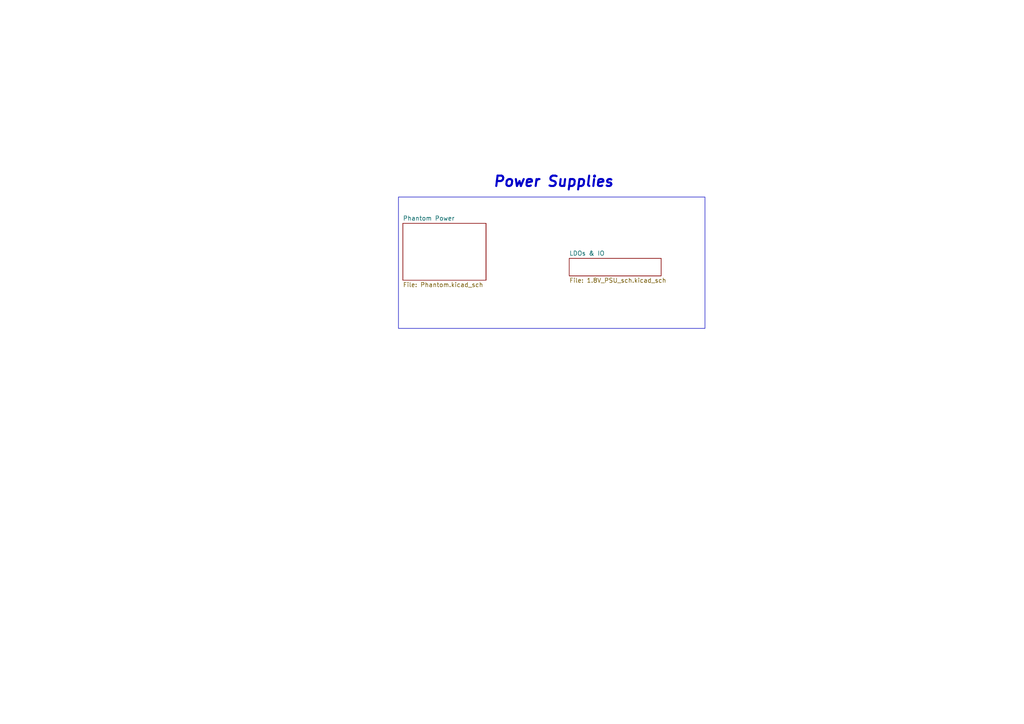
<source format=kicad_sch>
(kicad_sch
	(version 20231120)
	(generator "eeschema")
	(generator_version "8.0")
	(uuid "5266cf9e-da90-4c53-80fd-cf3dbed42632")
	(paper "A4")
	(title_block
		(title "Power Supplies")
		(date "2024-09-01")
		(rev "1")
		(company "Michael Meyers")
	)
	(lib_symbols)
	(rectangle
		(start 115.57 57.15)
		(end 204.47 95.25)
		(stroke
			(width 0)
			(type default)
		)
		(fill
			(type none)
		)
		(uuid a431d4ea-3826-4044-b789-472f3edaaabf)
	)
	(text "Power Supplies"
		(exclude_from_sim no)
		(at 160.528 52.832 0)
		(effects
			(font
				(size 3 3)
				(thickness 0.6)
				(bold yes)
				(italic yes)
			)
		)
		(uuid "5299cf95-92d8-489f-af21-500a869777d7")
	)
	(sheet
		(at 116.84 64.77)
		(size 24.13 16.51)
		(fields_autoplaced yes)
		(stroke
			(width 0.1524)
			(type solid)
		)
		(fill
			(color 0 0 0 0.0000)
		)
		(uuid "873b4819-32e6-40de-93d6-23cb6a01b934")
		(property "Sheetname" "Phantom Power"
			(at 116.84 64.0584 0)
			(effects
				(font
					(size 1.27 1.27)
				)
				(justify left bottom)
			)
		)
		(property "Sheetfile" "Phantom.kicad_sch"
			(at 116.84 81.8646 0)
			(effects
				(font
					(size 1.27 1.27)
				)
				(justify left top)
			)
		)
		(property "Field2" ""
			(at 116.84 64.77 0)
			(effects
				(font
					(size 1.27 1.27)
				)
				(hide yes)
			)
		)
		(instances
			(project "Power_Supplies_Copy"
				(path "/5266cf9e-da90-4c53-80fd-cf3dbed42632"
					(page "10")
				)
			)
		)
	)
	(sheet
		(at 165.1 74.93)
		(size 26.67 5.08)
		(fields_autoplaced yes)
		(stroke
			(width 0.1524)
			(type solid)
		)
		(fill
			(color 0 0 0 0.0000)
		)
		(uuid "9c32f96f-6431-432f-ba4b-d32b848998a9")
		(property "Sheetname" "LDOs & IO"
			(at 165.1 74.2184 0)
			(effects
				(font
					(size 1.27 1.27)
				)
				(justify left bottom)
			)
		)
		(property "Sheetfile" "1.8V_PSU_sch.kicad_sch"
			(at 165.1 80.5946 0)
			(effects
				(font
					(size 1.27 1.27)
				)
				(justify left top)
			)
		)
		(instances
			(project "Power_Supplies_Copy"
				(path "/5266cf9e-da90-4c53-80fd-cf3dbed42632"
					(page "3")
				)
			)
		)
	)
	(sheet_instances
		(path "/"
			(page "1")
		)
	)
)

</source>
